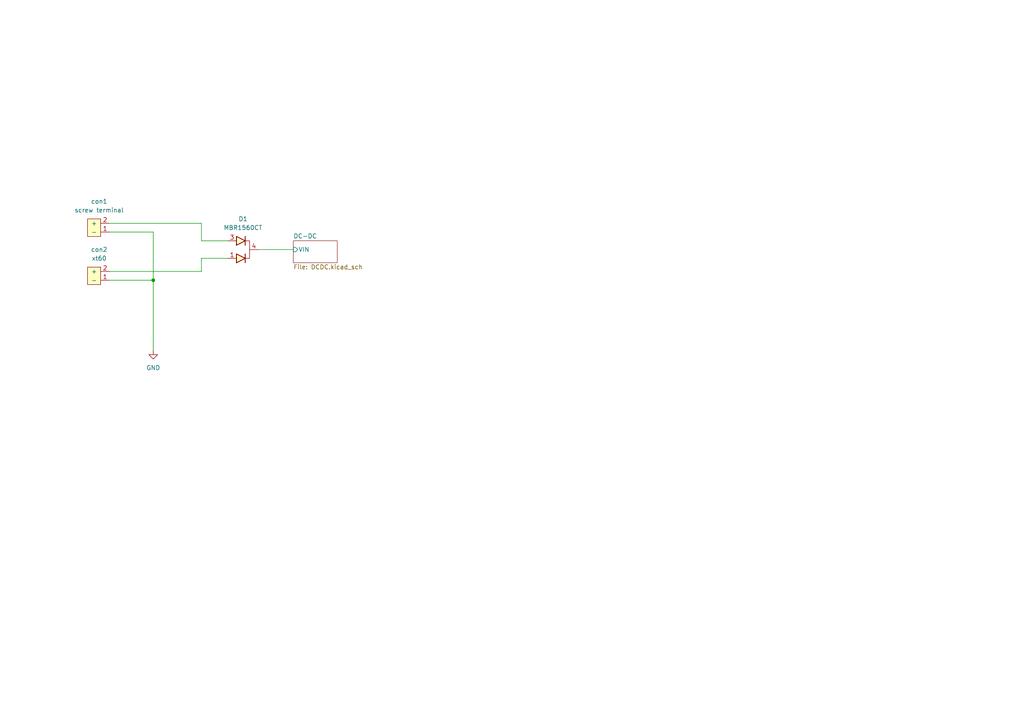
<source format=kicad_sch>
(kicad_sch (version 20210621) (generator eeschema)
  (paper "A4")
  (lib_symbols
    (symbol "Halfgelijders:double_diode" (pin_names (offset 1.016))
      (property "Reference" "D" (at 8.89 8.89 0))
      (property "Value" "double_diode" (at 0 8.89 0))
      (symbol "double_diode_0_1"
        (polyline (pts (xy -2.54 -1.27) (xy -2.54 0) (xy 2.54 0) (xy 2.54 -1.27)))
      )
      (symbol "double_diode_1_1"
        (polyline (pts (xy -1.27 -1.27) (xy -3.81 -1.27)) (stroke (width 0.254)))
        (polyline (pts (xy 3.81 -1.27) (xy 1.27 -1.27)) (stroke (width 0.254)))
        (polyline (pts (xy -1.27 -3.81) (xy -3.81 -3.81) (xy -2.54 -1.27) (xy -1.27 -3.81)) (stroke (width 0.254)) (fill (type background)))
        (polyline (pts (xy 3.81 -3.81) (xy 1.27 -3.81) (xy 2.54 -1.27) (xy 3.81 -3.81)) (stroke (width 0.254)) (fill (type background)))
        (pin input line (at 2.54 -6.35 90) (length 2.54) (name "~") (number "1"))
        (pin no_connect line (at 0 2.54 270) (length 2.54) hide (name "~") (number "2"))
        (pin input line (at -2.54 -6.35 90) (length 2.54) (name "~") (number "3"))
        (pin input line (at 0 2.54 270) (length 2.54) (name "~") (number "4"))
      )
    )
    (symbol "conectors:battery_con" (pin_names (offset 1.016))
      (property "Reference" "con" (at 0 3.81 0))
      (property "Value" "battery_con" (at 3.81 2.54 90))
      (symbol "battery_con_1_1"
        (rectangle (start -1.27 2.54) (end 2.54 -2.54) (fill (type background)))
        (pin unspecified line (at -3.81 -1.27 0) (length 2.54) (name "-") (number "1"))
        (pin unspecified line (at -3.81 1.27 0) (length 2.54) (name "+") (number "2"))
      )
    )
    (symbol "power:GND" (power) (pin_names (offset 0))
      (property "Value" "GND" (at 0 -3.81 0))
      (symbol "GND_0_1"
        (polyline (pts (xy 0 0) (xy 0 -1.27) (xy 1.27 -1.27) (xy 0 -2.54) (xy -1.27 -1.27) (xy 0 -1.27)))
      )
      (symbol "GND_1_1"
        (pin power_in line (at 0 0 270) (length 0) hide (name "GND") (number "1"))
      )
    )
  )
  (junction (at 44.45 81.28) (diameter 0.9144))
  (wire (pts (xy 31.75 67.31) (xy 44.45 67.31)))
  (wire (pts (xy 31.75 81.28) (xy 44.45 81.28)))
  (wire (pts (xy 44.45 67.31) (xy 44.45 81.28)))
  (wire (pts (xy 44.45 81.28) (xy 44.45 101.6)))
  (wire (pts (xy 58.42 64.77) (xy 31.75 64.77)))
  (wire (pts (xy 58.42 69.85) (xy 58.42 64.77)))
  (wire (pts (xy 58.42 74.93) (xy 58.42 78.74)))
  (wire (pts (xy 58.42 78.74) (xy 31.75 78.74)))
  (wire (pts (xy 66.04 69.85) (xy 58.42 69.85)))
  (wire (pts (xy 66.04 74.93) (xy 58.42 74.93)))
  (wire (pts (xy 74.93 72.39) (xy 85.09 72.39)))
  (symbol (lib_id "power:GND") (at 44.45 101.6 0) (unit 1)
    (property "Reference" "#PWR0101" (effects hide))
    (property "Value" "GND" (at 44.45 106.68 0))
  )
  (symbol (lib_id "conectors:battery_con") (at 27.94 66.04 0) (mirror y) (unit 1)
    (property "Reference" "con1" (at 28.7655 58.42 0))
    (property "Value" "screw terminal" (at 28.7655 60.96 0))
  )
  (symbol (lib_id "conectors:battery_con") (at 27.94 80.01 0) (mirror y) (unit 1)
    (property "Reference" "con2" (at 28.7655 72.39 0))
    (property "Value" "xt60" (at 28.7655 74.93 0))
  )
  (symbol (lib_id "Halfgelijders:double_diode") (at 72.39 72.39 270) (unit 1)
    (property "Reference" "D1" (at 70.485 63.5 90))
    (property "Value" " MBR1560CT" (at 70.485 66.04 90))
    (property "Footprint" "halfgeleiders:DPAK" (effects hide))
  )
  (sheet (at 85.09 69.85) (size 12.7 6.35) (stroke (width 0.0006))
    (property "Sheet name" "DC-DC" (at 85.09 69.2143 0) (effects (justify left bottom)))
    (property "Sheet file" "DCDC.kicad_sch" (at 85.09 76.7087 0) (effects (justify left top)))
    (pin "VIN" input (at 85.09 72.39 180))
  )
)
</source>
